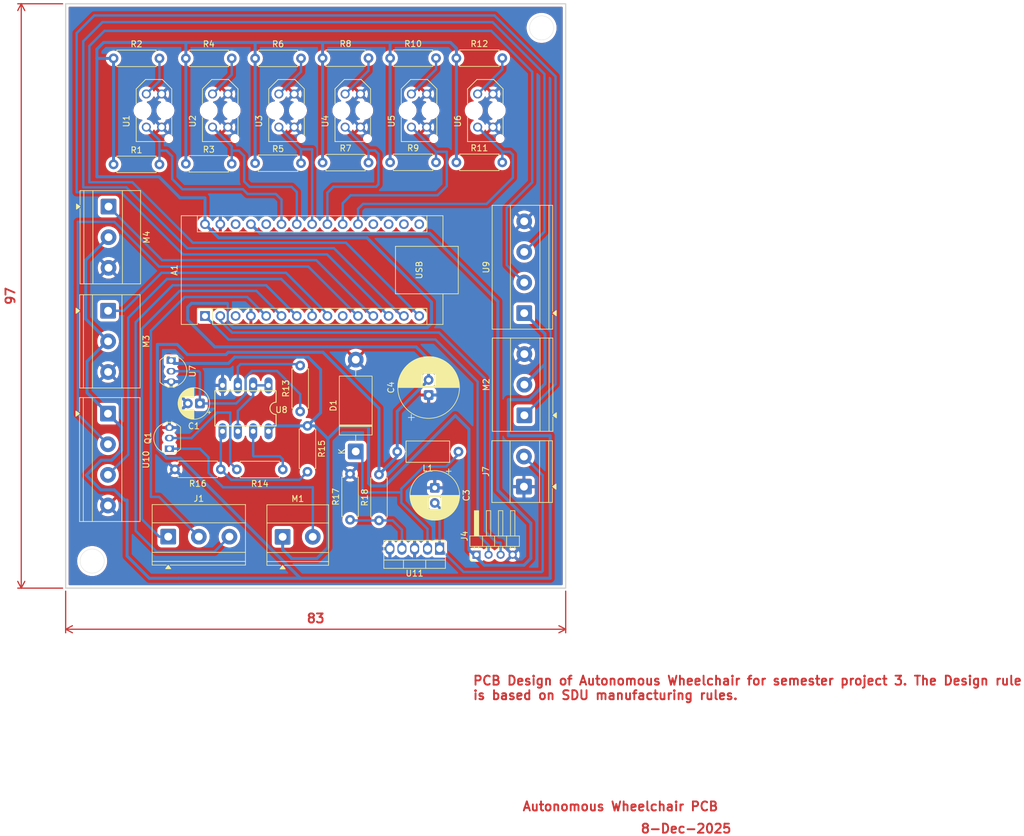
<source format=kicad_pcb>
(kicad_pcb (version 20241229) (generator "pcbnew") (generator_version "9.0")
  (layers (0 "F.Cu" signal) (2 "B.Cu" signal) (13 "F.Paste" user) (15 "B.Paste" user) (5 "F.SilkS" user "F.Silkscreen") (7 "B.SilkS" user "B.Silkscreen") (1 "F.Mask" user) (3 "B.Mask" user) (25 "Edge.Cuts" user))
  (net 0 "")
  (net 1 "+5V")
  (net 2 "Net-(A1-A3)")
  (net 3 "Net-(A1-D10)")
  (net 4 "Net-(A1-A6)")
  (net 7 "Net-(A1-D5)")
  (net 8 "Net-(A1-D2)")
  (net 9 "Net-(A1-D4)")
  (net 10 "Net-(A1-A1)")
  (net 11 "Net-(A1-D9)")
  (net 12 "Net-(A1-D0{slash}RX)")
  (net 13 "Net-(A1-D1{slash}TX)")
  (net 14 "Net-(A1-D6)")
  (net 15 "Net-(A1-A2)")
  (net 17 "Net-(A1-A4)")
  (net 18 "Net-(A1-A5)")
  (net 19 "Net-(A1-D3)")
  (net 20 "GND")
  (net 21 "Net-(A1-D11)")
  (net 24 "Net-(A1-D8)")
  (net 27 "Net-(U7-V_{OUT})")
  (net 28 "Net-(M1--)")
  (net 29 "Net-(Q1-B)")
  (net 30 "Net-(R2-Pad2)")
  (net 31 "Net-(R4-Pad2)")
  (net 32 "Net-(R6-Pad2)")
  (net 33 "Net-(R8-Pad2)")
  (net 34 "Net-(R10-Pad2)")
  (net 35 "Net-(R12-Pad2)")
  (net 36 "Net-(U8A-+)")
  (net 37 "Net-(R14-Pad1)")
  (net 38 "Net-(U8B-+)")
  (net 39 "Net-(U8A--)")
  (net 40 "/Vout")
  (net 41 "+9V")
  (net 42 "Net-(D1-K)")
  (net 43 "Net-(U11-FB)")
  (net 45 "Net-(A1-D12)")
  (footprint "TerminalBlock_Phoenix:TerminalBlock_Phoenix_MKDS-1,5-3-5.08_1x03_P5.08mm_Horizontal" (layer "F.Cu") (at 117.98 107.215 -90)
    (property "Reference" "M3")
    (property "Value" "Motor_Servo")
  )
  (footprint "Resistor_THT:R_Axial_DIN0207_L6.3mm_D2.5mm_P7.62mm_Horizontal" (layer "F.Cu") (at 118.88 82.92)
    (property "Reference" "R1")
    (property "Value" "4.7k")
  )
  (footprint "Library:OPTO_TCRT5000" (layer "F.Cu") (at 125.59 73.98 90)
    (property "Reference" "U1")
    (property "Value" "TCRT5000")
  )
  (footprint "Library:OPTO_TCRT5000" (layer "F.Cu") (at 136.58 73.98 90)
    (property "Reference" "U2")
    (property "Value" "TCRT5000")
  )
  (footprint "Capacitor_THT:CP_Radial_D5.0mm_P2.00mm" (layer "F.Cu") (at 133.215113 122.6 180)
    (property "Reference" "C1")
    (property "Value" "10p")
  )
  (footprint "Resistor_THT:R_Axial_DIN0207_L6.3mm_D2.5mm_P7.62mm_Horizontal" (layer "F.Cu") (at 162.94 142.02 90)
    (property "Reference" "R18")
    (property "Value" "2.7k")
  )
  (footprint "Library:DIL08" (layer "F.Cu") (at 140.78 123.41 180)
    (property "Reference" "U8")
    (property "Value" "LM358")
  )
  (footprint "TerminalBlock_Phoenix:TerminalBlock_Phoenix_MKDS-1,5-3-5.08_1x03_P5.08mm_Horizontal" (layer "F.Cu") (at 127.955 144.7125)
    (property "Reference" "J1")
    (property "Value" "Screw_Terminal_01x03")
  )
  (footprint "TerminalBlock_Phoenix:TerminalBlock_Phoenix_MKDS-1,5-3-5.08_1x03_P5.08mm_Horizontal" (layer "F.Cu") (at 118.0475 89.925 -90)
    (property "Reference" "M4")
    (property "Value" "Motor_Servo")
  )
  (footprint "Resistor_THT:R_Axial_DIN0207_L6.3mm_D2.5mm_P7.62mm_Horizontal" (layer "F.Cu") (at 175.79 82.58)
    (property "Reference" "R11")
    (property "Value" "4.7k")
  )
  (footprint "Resistor_THT:R_Axial_DIN0207_L6.3mm_D2.5mm_P7.62mm_Horizontal" (layer "F.Cu") (at 130.88 82.82)
    (property "Reference" "R3")
    (property "Value" "4.7k")
  )
  (footprint "Resistor_THT:R_Axial_DIN0207_L6.3mm_D2.5mm_P7.62mm_Horizontal" (layer "F.Cu") (at 136.68 133.54 180)
    (property "Reference" "R16")
    (property "Value" "1k")
  )
  (footprint "TerminalBlock_Phoenix:TerminalBlock_Phoenix_MKDS-1,5-2_1x02_P5.00mm_Horizontal" (layer "F.Cu") (at 146.95 144.7425)
    (property "Reference" "M1")
    (property "Value" "Fan")
  )
  (footprint "Library:OPTO_TCRT5000" (layer "F.Cu") (at 169.59 73.98 90)
    (property "Reference" "U5")
    (property "Value" "TCRT5000")
  )
  (footprint "TerminalBlock_Phoenix:TerminalBlock_Phoenix_MKDS-1,5-4-5.08_1x04_P5.08mm_Horizontal" (layer "F.Cu") (at 187.05 107.61 90)
    (property "Reference" "U9")
    (property "Value" "HC-SR04")
  )
  (footprint "Resistor_THT:R_Axial_DIN0207_L6.3mm_D2.5mm_P7.62mm_Horizontal" (layer "F.Cu") (at 146.97 133.56 180)
    (property "Reference" "R14")
    (property "Value" "10k")
  )
  (footprint "Resistor_THT:R_Axial_DIN0207_L6.3mm_D2.5mm_P7.62mm_Horizontal" (layer "F.Cu") (at 153.58 65.28)
    (property "Reference" "R8")
    (property "Value" "180")
  )
  (footprint "Resistor_THT:R_Axial_DIN0207_L6.3mm_D2.5mm_P7.62mm_Horizontal" (layer "F.Cu") (at 142.38 65.32)
    (property "Reference" "R6")
    (property "Value" "180")
  )
  (footprint "Capacitor_THT:CP_Radial_D8.0mm_P2.50mm" (layer "F.Cu") (at 172.2 136.61 -90)
    (property "Reference" "C3")
    (property "Value" "470u")
  )
  (footprint "Resistor_THT:R_Axial_DIN0207_L6.3mm_D2.5mm_P7.62mm_Horizontal" (layer "F.Cu") (at 164.79 82.58)
    (property "Reference" "R9")
    (property "Value" "4.7k")
  )
  (footprint "Capacitor_THT:CP_Radial_D10.0mm_P2.50mm" (layer "F.Cu") (at 171.18 121.2 90)
    (property "Reference" "C4")
    (property "Value" "1000u")
  )
  (footprint "Inductor_THT:L_Axial_L7.0mm_D3.3mm_P10.16mm_Horizontal_Fastron_MICC" (layer "F.Cu") (at 176.13 130.6 180)
    (property "Reference" "L1")
    (property "Value" "470u")
  )
  (footprint "Library:OPTO_TCRT5000" (layer "F.Cu") (at 147.59 73.98 90)
    (property "Reference" "U3")
    (property "Value" "TCRT5000")
  )
  (footprint "Library:TO-92_Inline New" (layer "F.Cu") (at 128.44 115.98 -90)
    (property "Reference" "U7")
    (property "Value" "LM35-LP")
  )
  (footprint "Resistor_THT:R_Axial_DIN0207_L6.3mm_D2.5mm_P7.62mm_Horizontal" (layer "F.Cu") (at 175.79 65.28)
    (property "Reference" "R12")
    (property "Value" "180")
  )
  (footprint "Resistor_THT:R_Axial_DIN0207_L6.3mm_D2.5mm_P7.62mm_Horizontal" (layer "F.Cu") (at 130.88 65.32)
    (property "Reference" "R4")
    (property "Value" "180")
  )
  (footprint "Resistor_THT:R_Axial_DIN0207_L6.3mm_D2.5mm_P7.62mm_Horizontal" (layer "F.Cu") (at 142.38 82.72)
    (property "Reference" "R5")
    (property "Value" "10k")
  )
  (footprint "TerminalBlock_Phoenix:TerminalBlock_Phoenix_MKDS-1,5-2_1x02_P5.00mm_Horizontal" (layer "F.Cu") (at 187.0025 136.41 90)
    (property "Reference" "J7")
    (property "Value" "Screw_Terminal_01x02")
  )
  (footprint "Resistor_THT:R_Axial_DIN0207_L6.3mm_D2.5mm_P7.62mm_Horizontal" (layer "F.Cu") (at 151.07 126.32 -90)
    (property "Reference" "R15")
    (property "Value" "9k")
  )
  (footprint "Resistor_THT:R_Axial_DIN0207_L6.3mm_D2.5mm_P7.62mm_Horizontal" (layer "F.Cu") (at 149.86 123.93 90)
    (property "Reference" "R13")
    (property "Value" "10k")
  )
  (footprint "Resistor_THT:R_Axial_DIN0207_L6.3mm_D2.5mm_P7.62mm_Horizontal" (layer "F.Cu") (at 153.58 82.62)
    (property "Reference" "R7")
    (property "Value" "10k")
  )
  (footprint "Resistor_THT:R_Axial_DIN0207_L6.3mm_D2.5mm_P7.62mm_Horizontal" (layer "F.Cu") (at 164.79 65.28)
    (property "Reference" "R10")
    (property "Value" "180")
  )
  (footprint "Library:OPTO_TCRT5000" (layer "F.Cu") (at 180.59 73.98 90)
    (property "Reference" "U6")
    (property "Value" "TCRT5000")
  )
  (footprint "Diode_THT:D_DO-201_P15.24mm_Horizontal" (layer "F.Cu") (at 159.08 130.57 90)
    (property "Reference" "D1")
    (property "Value" "1N5822")
  )
  (footprint "Connector_PinHeader_2.00mm:PinHeader_1x04_P2.00mm_Horizontal" (layer "F.Cu") (at 179.13 147.71 90)
    (property "Reference" "J4")
    (property "Value" "Conn_01x04_Pin")
  )
  (footprint "Library:TO-92_Inline NEWW" (layer "F.Cu") (at 128.15 129.61 90)
    (property "Reference" "Q1")
    (property "Value" "BC547")
  )
  (footprint "TerminalBlock_Phoenix:TerminalBlock_Phoenix_MKDS-1,5-4-5.08_1x04_P5.08mm_Horizontal" (layer "F.Cu") (at 117.955 124.295 -90)
    (property "Reference" "U10")
    (property "Value" "HC-SR04")
  )
  (footprint "Resistor_THT:R_Axial_DIN0207_L6.3mm_D2.5mm_P7.62mm_Horizontal" (layer "F.Cu") (at 158.14 141.91 90)
    (property "Reference" "R17")
    (property "Value" "1k")
  )
  (footprint "Resistor_THT:R_Axial_DIN0207_L6.3mm_D2.5mm_P7.62mm_Horizontal" (layer "F.Cu") (at 118.88 65.32)
    (property "Reference" "R2")
    (property "Value" "180")
  )
  (footprint "Library:TO-220-5_Vertical New222" (layer "F.Cu") (at 172.25 146.71 180)
    (property "Reference" "U11")
    (property "Value" "LM2576HVT-ADJ")
  )
  (footprint "Library:OPTO_TCRT5000" (layer "F.Cu") (at 158.59 73.98 90)
    (property "Reference" "U4")
    (property "Value" "TCRT5000")
  )
  (footprint "Module:Arduino_Nano" (layer "F.Cu") (at 134.06 108.08 90)
    (property "Reference" "A1")
    (property "Value" "Arduino_Nano_v3.x")
  )
  (footprint "TerminalBlock_Phoenix:TerminalBlock_Phoenix_MKDS-1,5-3-5.08_1x03_P5.08mm_Horizontal" (layer "F.Cu") (at 187.0725 124.565 90)
    (property "Reference" "M2")
    (property "Value" "Motor_Servo")
  )
  (gr_circle (center 115.33 148.7575) (end 118.33 148.7575) (stroke (width 0.2)) (fill no) (layer "F.Cu") (net 20))
  (gr_circle (center 189.93 60.2575) (end 192.93 60.2575) (stroke (width 0.2)) (fill no) (layer "F.Cu") (net 20))
  (gr_circle (center 115.33 148.7575) (end 117.33 148.7575) (stroke (width 0.05)) (fill no) (layer "Edge.Cuts"))
  (gr_rect (start 110.93 56.2575) (end 193.93 153.2575) (stroke (width 0.2)) (fill no) (layer "Edge.Cuts"))
  (gr_circle (center 189.93 60.2575) (end 191.93 60.2575) (stroke (width 0.05)) (fill no) (layer "Edge.Cuts"))
  (gr_text "Autonomous Wheelchair PCB" (at 186.64 190.36 0) (layer "F.Cu") (effects (font (size 1.5 1.5) (thickness 0.3) (bold yes)) (justify left bottom)))
  (gr_text "8-Dec-2025" (at 206.25 194.05 0) (layer "F.Cu") (effects (font (size 1.5 1.5) (thickness 0.3) (bold yes)) (justify left bottom)))
  (gr_text "PCB Design of Autonomous Wheelchair for semester project 3. The Design rule\nis based on SDU manufacturing rules." (at 178.41 171.9 0) (layer "F.Cu") (effects (font (size 1.5 1.5) (thickness 0.3) (bold yes)) (justify left bottom)))
  (dimension (type orthogonal) (layer "F.Cu") (pts (xy 110.93 56.2575) (xy 110.93 153.2575)) (height -7.37) (orientation 1) (format (prefix "") (suffix "") (units 3) (units_format 0) (precision 4) (suppress_zeroes yes)) (style (thickness 0.2) (arrow_length 1.27) (text_position_mode 0) (arrow_direction outward) (extension_height 0.58642) (extension_offset 0.5) (keep_text_aligned yes)) (gr_text "97" (at 101.76 104.7575 90) (layer "F.Cu") (effects (font (size 1.5 1.5) (thickness 0.3)))))
  (dimension (type orthogonal) (layer "F.Cu") (pts (xy 110.93 153.2575) (xy 193.93 153.2575)) (height 6.8225) (orientation 0) (format (prefix "") (suffix "") (units 3) (units_format 0) (precision 4) (suppress_zeroes yes)) (style (thickness 0.2) (arrow_length 1.27) (text_position_mode 0) (arrow_direction outward) (extension_height 0.58642) (extension_offset 0.5) (keep_text_aligned yes)) (gr_text "83" (at 152.43 158.28 0) (layer "F.Cu") (effects (font (size 1.5 1.5) (thickness 0.3)))))
  (segment (start 154.47 128.45) (end 156.47 126.45) (width 0.5) (layer "B.Cu") (net 1))
  (segment (start 177.87 126.88) (end 177.87 146.89) (width 0.5) (layer "B.Cu") (net 1))
  (segment (start 153.25 124.14) (end 153.25 116.98) (width 0.5) (layer "B.Cu") (net 1))
  (segment (start 161.21 126.45) (end 161.21 135.85) (width 0.5) (layer "B.Cu") (net 1))
  (segment (start 152.34 126.32) (end 154.47 128.45) (width 0.5) (layer "B.Cu") (net 1))
  (segment (start 138.99 114.91) (end 137.94 115.96) (width 0.5) (layer "B.Cu") (net 1))
  (segment (start 182.67 136.99) (end 182.67 105.656124) (width 0.5) (layer "B.Cu") (net 1))
  (segment (start 154.47 146.49) (end 152.63 148.33) (width 0.5) (layer "B.Cu") (net 1))
  (segment (start 161.21 135.85) (end 161.63 136.27) (width 0.5) (layer "B.Cu") (net 1))
  (segment (start 177.87 146.89) (end 180.43 149.45) (width 0.5) (layer "B.Cu") (net 1))
  (segment (start 161.271074 94.349) (end 143.189 94.349) (width 0.5) (layer "B.Cu") (net 1))
  (segment (start 153.25 116.98) (end 151.18 114.91) (width 0.5) (layer "B.Cu") (net 1))
  (segment (start 187.01 149.45) (end 188.14 148.32) (width 0.5) (layer "B.Cu") (net 1))
  (segment (start 163.96 136.27) (end 175.61 124.62) (width 0.5) (layer "B.Cu") (net 1))
  (segment (start 161.63 136.27) (end 163.96 136.27) (width 0.5) (layer "B.Cu") (net 1))
  (segment (start 127.91 115) (end 128 114.91) (width 0.4) (layer "B.Cu") (net 1))
  (segment (start 148.45 148.33) (end 146.95 146.83) (width 0.5) (layer "B.Cu") (net 1))
  (segment (start 180.43 149.45) (end 187.01 149.45) (width 0.5) (layer "B.Cu") (net 1))
  (segment (start 146.95 146.83) (end 146.95 144.7425) (width 0.5) (layer "B.Cu") (net 1))
  (segment (start 171.373876 94.36) (end 161.282074 94.36) (width 0.5) (layer "B.Cu") (net 1))
  (segment (start 151.07 126.32) (end 152.34 126.32) (width 0.5) (layer "B.Cu") (net 1))
  (segment (start 175.61 124.62) (end 177.87 126.88) (width 0.5) (layer "B.Cu") (net 1))
  (segment (start 151.07 126.32) (end 145.49 126.32) (width 0.5) (layer "B.Cu") (net 1))
  (segment (start 151.18 114.91) (end 138.99 114.91) (width 0.5) (layer "B.Cu") (net 1))
  (segment (start 137.94 115.96) (end 128.92 115.96) (width 0.5) (layer "B.Cu") (net 1))
  (segment (start 154.47 128.45) (end 154.47 146.49) (width 0.5) (layer "B.Cu") (net 1))
  (segment (start 182.67 105.656124) (end 171.373876 94.36) (width 0.5) (layer "B.Cu") (net 1))
  (segment (start 151.07 126.32) (end 153.25 124.14) (width 0.5) (layer "B.Cu") (net 1))
  (segment (start 188.14 142.46) (end 182.67 136.99) (width 0.5) (layer "B.Cu") (net 1))
  (segment (start 145.49 126.32) (end 144.59 127.22) (width 0.5) (layer "B.Cu") (net 1))
  (segment (start 152.63 148.33) (end 148.45 148.33) (width 0.5) (layer "B.Cu") (net 1))
  (segment (start 143.189 94.349) (end 141.68 92.84) (width 0.5) (layer "B.Cu") (net 1))
  (segment (start 188.14 148.32) (end 188.14 142.46) (width 0.5) (layer "B.Cu") (net 1))
  (segment (start 161.282074 94.36) (end 161.271074 94.349) (width 0.5) (layer "B.Cu") (net 1))
  (segment (start 128.92 115.96) (end 128.44 115.48) (width 0.4) (layer "B.Cu") (net 1))
  (segment (start 156.47 126.45) (end 161.21 126.45) (width 0.5) (layer "B.Cu") (net 1))
  (segment (start 162.46 86.63) (end 155.36 86.63) (width 0.4) (layer "B.Cu") (net 2))
  (segment (start 161.2 80.61) (end 157.32 76.73) (width 0.4) (layer "B.Cu") (net 2))
  (segment (start 162.85 81.18) (end 162.85 86.24) (width 0.4) (layer "B.Cu") (net 2))
  (segment (start 155.36 86.63) (end 154.38 87.61) (width 0.4) (layer "B.Cu") (net 2))
  (segment (start 154.38 87.61) (end 154.38 92.84) (width 0.4) (layer "B.Cu") (net 2))
  (segment (start 161.2 80.61) (end 162.28 80.61) (width 0.4) (layer "B.Cu") (net 2))
  (segment (start 162.85 86.24) (end 162.46 86.63) (width 0.4) (layer "B.Cu") (net 2))
  (segment (start 162.28 80.61) (end 162.85 81.18) (width 0.4) (layer "B.Cu") (net 2))
  (segment (start 161.2 82.62) (end 161.2 80.61) (width 0.4) (layer "B.Cu") (net 2))
  (segment (start 187.0725 124.565) (end 192.25 119.3875) (width 0.4) (layer "B.Cu") (net 3))
  (segment (start 130.4 97.86) (end 154.32 97.86) (width 0.4) (layer "B.Cu") (net 3))
  (segment (start 154.32 97.86) (end 164.54 108.08) (width 0.4) (layer "B.Cu") (net 3))
  (segment (start 192.25 68.33) (end 182.12 58.2) (width 0.4) (layer "B.Cu") (net 3))
  (segment (start 120.07 87.53) (end 130.4 97.86) (width 0.4) (layer "B.Cu") (net 3))
  (segment (start 112.75 87.53) (end 120.07 87.53) (width 0.4) (layer "B.Cu") (net 3))
  (segment (start 115.68 58.2) (end 112.75 61.13) (width 0.4) (layer "B.Cu") (net 3))
  (segment (start 112.75 61.13) (end 112.75 87.53) (width 0.4) (layer "B.Cu") (net 3))
  (segment (start 192.25 119.3875) (end 192.25 68.33) (width 0.4) (layer "B.Cu") (net 3))
  (segment (start 182.12 58.2) (end 115.68 58.2) (width 0.4) (layer "B.Cu") (net 3))
  (segment (start 126.5 82.92) (end 126.5 80.63) (width 0.4) (layer "B.Cu") (net 4))
  (segment (start 126.5 78.91) (end 124.32 76.73) (width 0.4) (layer "B.Cu") (net 4))
  (segment (start 126.5 80.63) (end 126.5 78.91) (width 0.4) (layer "B.Cu") (net 4))
  (segment (start 146.76 88.76) (end 146.76 92.84) (width 0.4) (layer "B.Cu") (net 4))
  (segment (start 141.13 87.83) (end 145.82 87.83) (width 0.4) (layer "B.Cu") (net 4))
  (segment (start 140.34 87.04) (end 141.13 87.83) (width 0.4) (layer "B.Cu") (net 4))
  (segment (start 128.61 81.58) (end 128.61 85.34) (width 0.4) (layer "B.Cu") (net 4))
  (segment (start 127.66 80.63) (end 128.61 81.58) (width 0.4) (layer "B.Cu") (net 4))
  (segment (start 146.72 88.72) (end 146.76 88.76) (width 0.4) (layer "B.Cu") (net 4))
  (segment (start 128.61 85.34) (end 130.31 87.04) (width 0.4) (layer "B.Cu") (net 4))
  (segment (start 126.5 80.63) (end 127.66 80.63) (width 0.4) (layer "B.Cu") (net 4))
  (segment (start 145.82 87.83) (end 146.71 88.72) (width 0.4) (layer "B.Cu") (net 4))
  (segment (start 146.71 88.72) (end 146.72 88.72) (width 0.4) (layer "B.Cu") (net 4))
  (segment (start 130.31 87.04) (end 140.34 87.04) (width 0.4) (layer "B.Cu") (net 4))
  (segment (start 146.72 101.95) (end 151.84 107.07) (width 0.4) (layer "B.Cu") (net 7))
  (segment (start 121.31 108.38) (end 127.74 101.95) (width 0.4) (layer "B.Cu") (net 7))
  (segment (start 127.74 101.95) (end 146.72 101.95) (width 0.4) (layer "B.Cu") (net 7))
  (segment (start 151.84 107.07) (end 151.84 108.08) (width 0.4) (layer "B.Cu") (net 7))
  (segment (start 117.955 134.455) (end 121.31 131.1) (width 0.4) (layer "B.Cu") (net 7))
  (segment (start 121.31 131.1) (end 121.31 108.38) (width 0.4) (layer "B.Cu") (net 7))
  (segment (start 125.08 110.53) (end 130.68 104.93) (width 0.4) (layer "B.Cu") (net 8))
  (segment (start 125.08 138.11) (end 125.08 110.53) (width 0.4) (layer "B.Cu") (net 8))
  (segment (start 133.035 144.7125) (end 126.4325 138.11) (width 0.4) (layer "B.Cu") (net 8))
  (segment (start 126.4325 138.11) (end 125.08 138.11) (width 0.4) (layer "B.Cu") (net 8))
  (segment (start 130.68 104.93) (end 141.07 104.93) (width 0.4) (layer "B.Cu") (net 8))
  (segment (start 141.07 104.93) (end 144.22 108.08) (width 0.4) (layer "B.Cu") (net 8))
  (segment (start 144.21 102.99) (end 149.3 108.08) (width 0.4) (layer "B.Cu") (net 9))
  (segment (start 126 147.2) (end 122.55 143.75) (width 0.4) (layer "B.Cu") (net 9))
  (segment (start 128.68 102.99) (end 144.21 102.99) (width 0.4) (layer "B.Cu") (net 9))
  (segment (start 122.55 109.12) (end 128.68 102.99) (width 0.4) (layer "B.Cu") (net 9))
  (segment (start 135.6275 147.2) (end 126 147.2) (width 0.4) (layer "B.Cu") (net 9))
  (segment (start 122.55 143.75) (end 122.55 109.12) (width 0.4) (layer "B.Cu") (net 9))
  (segment (start 138.115 144.7125) (end 135.6275 147.2) (width 0.4) (layer "B.Cu") (net 9))
  (segment (start 184.67 80.82) (end 185.16 81.31) (width 0.4) (layer "B.Cu") (net 10))
  (segment (start 180.81 89.48) (end 160.29 89.48) (width 0.4) (layer "B.Cu") (net 10))
  (segment (start 185.16 81.31) (end 185.16 85.13) (width 0.4) (layer "B.Cu") (net 10))
  (segment (start 183.41 82.58) (end 183.41 80.82) (width 0.4) (layer "B.Cu") (net 10))
  (segment (start 159.46 90.31) (end 159.46 92.84) (width 0.4) (layer "B.Cu") (net 10))
  (segment (start 160.29 89.48) (end 159.46 90.31) (width 0.4) (layer "B.Cu") (net 10))
  (segment (start 183.41 80.82) (end 179.32 76.73) (width 0.4) (layer "B.Cu") (net 10))
  (segment (start 183.41 80.82) (end 184.67 80.82) (width 0.4) (layer "B.Cu") (net 10))
  (segment (start 185.16 85.13) (end 180.81 89.48) (width 0.4) (layer "B.Cu") (net 10))
  (segment (start 126.9325 98.81) (end 152.52 98.81) (width 0.4) (layer "B.Cu") (net 11))
  (segment (start 161.79 108.08) (end 162 108.08) (width 0.4) (layer "B.Cu") (net 11))
  (segment (start 118.0475 89.925) (end 126.9325 98.81) (width 0.4) (layer "B.Cu") (net 11))
  (segment (start 152.52 98.81) (end 161.79 108.08) (width 0.4) (layer "B.Cu") (net 11))
  (segment (start 183.13 145.74) (end 183.09 145.7) (width 0.4) (layer "B.Cu") (net 12))
  (segment (start 180.51 143.76) (end 180.51 118.43) (width 0.4) (layer "B.Cu") (net 12))
  (segment (start 136.6 108.88) (end 136.6 108.08) (width 0.4) (layer "B.Cu") (net 12))
  (segment (start 180.51 118.43) (end 172.91 110.83) (width 0.4) (layer "B.Cu") (net 12))
  (segment (start 172.91 110.83) (end 138.55 110.83) (width 0.4) (layer "B.Cu") (net 12))
  (segment (start 183.09 145.7) (end 182.45 145.7) (width 0.4) (layer "B.Cu") (net 12))
  (segment (start 183.13 147.71) (end 183.13 145.74) (width 0.4) (layer "B.Cu") (net 12))
  (segment (start 138.55 110.83) (end 136.6 108.88) (width 0.4) (layer "B.Cu") (net 12))
  (segment (start 182.45 145.7) (end 180.51 143.76) (width 0.4) (layer "B.Cu") (net 12))
  (segment (start 137.97 111.99) (end 134.06 108.08) (width 0.4) (layer "B.Cu") (net 13))
  (segment (start 181.13 146.11) (end 179.32 144.3) (width 0.4) (layer "B.Cu") (net 13))
  (segment (start 179.32 119) (end 172.31 111.99) (width 0.4) (layer "B.Cu") (net 13))
  (segment (start 181.13 147.71) (end 181.13 146.11) (width 0.4) (layer "B.Cu") (net 13))
  (segment (start 179.32 144.3) (end 179.32 119) (width 0.4) (layer "B.Cu") (net 13))
  (segment (start 172.31 111.99) (end 137.97 111.99) (width 0.4) (layer "B.Cu") (net 13))
  (segment (start 147.52 100.92) (end 154.38 107.78) (width 0.4) (layer "B.Cu") (net 14))
  (segment (start 120.545 107.215) (end 126.84 100.92) (width 0.4) (layer "B.Cu") (net 14))
  (segment (start 154.38 107.78) (end 154.38 108.08) (width 0.4) (layer "B.Cu") (net 14))
  (segment (start 117.98 107.215) (end 120.545 107.215) (width 0.4) (layer "B.Cu") (net 14))
  (segment (start 126.84 100.92) (end 147.52 100.92) (width 0.4) (layer "B.Cu") (net 14))
  (segment (start 158.24 88.05) (end 156.92 89.37) (width 0.4) (layer "B.Cu") (net 15))
  (segment (start 172.41 80.82) (end 174.19 80.82) (width 0.4) (layer "B.Cu") (net 15))
  (segment (start 172.41 82.58) (end 172.41 80.82) (width 0.4) (layer "B.Cu") (net 15))
  (segment (start 172.66 88.05) (end 158.24 88.05) (width 0.4) (layer "B.Cu") (net 15))
  (segment (start 156.92 89.37) (end 156.92 92.84) (width 0.4) (layer "B.Cu") (net 15))
  (segment (start 174.19 80.82) (end 174.19 86.52) (width 0.4) (layer "B.Cu") (net 15))
  (segment (start 172.41 80.82) (end 168.32 76.73) (width 0.4) (layer "B.Cu") (net 15))
  (segment (start 174.19 86.52) (end 172.66 88.05) (width 0.4) (layer "B.Cu") (net 15))
  (segment (start 151.84 80.41) (end 151.84 92.84) (width 0.4) (layer "B.Cu") (net 17))
  (segment (start 150 80.41) (end 146.32 76.73) (width 0.4) (layer "B.Cu") (net 17))
  (segment (start 150 82.72) (end 150 80.41) (width 0.4) (layer "B.Cu") (net 17))
  (segment (start 150 80.41) (end 151.84 80.41) (width 0.4) (layer "B.Cu") (net 17))
  (segment (start 141.46 86.65) (end 148.44 86.65) (width 0.4) (layer "B.Cu") (net 18))
  (segment (start 138.5 82.82) (end 138.5 80.64) (width 0.4) (layer "B.Cu") (net 18))
  (segment (start 138.5 79.92) (end 135.31 76.73) (width 0.4) (layer "B.Cu") (net 18))
  (segment (start 148.44 86.65) (end 149.3 87.51) (width 0.4) (layer "B.Cu") (net 18))
  (segment (start 139.69 80.64) (end 140.56 81.51) (width 0.4) (layer "B.Cu") (net 18))
  (segment (start 149.3 87.51) (end 149.3 92.84) (width 0.4) (layer "B.Cu") (net 18))
  (segment (start 140.56 85.75) (end 141.46 86.65) (width 0.4) (layer "B.Cu") (net 18))
  (segment (start 138.5 80.64) (end 139.69 80.64) (width 0.4) (layer "B.Cu") (net 18))
  (segment (start 138.5 80.64) (end 138.5 79.92) (width 0.4) (layer "B.Cu") (net 18))
  (segment (start 140.56 81.51) (end 140.56 85.75) (width 0.4) (layer "B.Cu") (net 18))
  (segment (start 123.57 110.2) (end 129.85 103.92) (width 0.4) (layer "B.Cu") (net 19))
  (segment (start 127.955 144.7125) (end 126.4625 144.7125) (width 0.4) (layer "B.Cu") (net 19))
  (segment (start 142.6 103.92) (end 146.76 108.08) (width 0.4) (layer "B.Cu") (net 19))
  (segment (start 126.4625 144.7125) (end 123.57 141.82) (width 0.4) (layer "B.Cu") (net 19))
  (segment (start 123.57 141.82) (end 123.57 110.2) (width 0.4) (layer "B.Cu") (net 19))
  (segment (start 129.85 103.92) (end 142.6 103.92) (width 0.4) (layer "B.Cu") (net 19))
  (segment (start 117.04 59.3) (end 113.85 62.49) (width 0.4) (layer "B.Cu") (net 21))
  (segment (start 113.85 62.49) (end 113.85 86.73) (width 0.4) (layer "B.Cu") (net 21))
  (segment (start 190.41 67.92) (end 181.79 59.3) (width 0.4) (layer "B.Cu") (net 21))
  (segment (start 131.12 96.83) (end 155.46 96.83) (width 0.4) (layer "B.Cu") (net 21))
  (segment (start 155.46 96.83) (end 166.71 108.08) (width 0.4) (layer "B.Cu") (net 21))
  (segment (start 181.79 59.3) (end 117.04 59.3) (width 0.4) (layer "B.Cu") (net 21))
  (segment (start 166.71 108.08) (end 167.08 108.08) (width 0.4) (layer "B.Cu") (net 21))
  (segment (start 187.05 97.45) (end 190.41 94.09) (width 0.4) (layer "B.Cu") (net 21))
  (segment (start 190.41 94.09) (end 190.41 67.92) (width 0.4) (layer "B.Cu") (net 21))
  (segment (start 121.02 86.73) (end 131.12 96.83) (width 0.4) (layer "B.Cu") (net 21))
  (segment (start 113.85 86.73) (end 121.02 86.73) (width 0.4) (layer "B.Cu") (net 21))
  (segment (start 112.96 92.46) (end 119.01 92.46) (width 0.4) (layer "B.Cu") (net 24))
  (segment (start 159.41 108.08) (end 159.46 108.08) (width 0.4) (layer "B.Cu") (net 24))
  (segment (start 151.21 99.88) (end 159.41 108.08) (width 0.4) (layer "B.Cu") (net 24))
  (segment (start 119.01 92.46) (end 126.43 99.88) (width 0.4) (layer "B.Cu") (net 24))
  (segment (start 126.43 99.88) (end 151.21 99.88) (width 0.4) (layer "B.Cu") (net 24))
  (segment (start 112.96 124.38) (end 112.96 92.46) (width 0.4) (layer "B.Cu") (net 24))
  (segment (start 117.955 129.375) (end 112.96 124.38) (width 0.4) (layer "B.Cu") (net 24))
  (segment (start 140.8 118.256709) (end 140.8 121.03) (width 0.4) (layer "B.Cu") (net 27))
  (segment (start 146.03 117.22) (end 141.836709 117.22) (width 0.4) (layer "B.Cu") (net 27))
  (segment (start 139.23 122.6) (end 133.215113 122.6) (width 0.4) (layer "B.Cu") (net 27))
  (segment (start 133.01 117.25) (end 128.44 117.25) (width 0.4) (layer "B.Cu") (net 27))
  (segment (start 140.8 121.03) (end 139.23 122.6) (width 0.4) (layer "B.Cu") (net 27))
  (segment (start 133.215113 117.455113) (end 133.01 117.25) (width 0.4) (layer "B.Cu") (net 27))
  (segment (start 149.86 121.05) (end 146.03 117.22) (width 0.4) (layer "B.Cu") (net 27))
  (segment (start 133.215113 117.455113) (end 133.215113 122.6) (width 0.4) (layer "B.Cu") (net 27))
  (segment (start 141.836709 117.22) (end 140.8 118.256709) (width 0.4) (layer "B.Cu") (net 27))
  (segment (start 149.86 123.93) (end 149.86 121.05) (width 0.4) (layer "B.Cu") (net 27))
  (segment (start 151.96 144.7325) (end 151.95 144.7425) (width 0.4) (layer "B.Cu") (net 28))
  (segment (start 128.15 130.11) (end 133.21 130.11) (width 0.4) (layer "B.Cu") (net 28))
  (segment (start 134.65 131.55) (end 134.65 134.11) (width 0.4) (layer "B.Cu") (net 28))
  (segment (start 151.96 136.52) (end 151.96 144.7325) (width 0.4) (layer "B.Cu") (net 28))
  (segment (start 133.21 130.11) (end 134.65 131.55) (width 0.4) (layer "B.Cu") (net 28))
  (segment (start 134.65 134.11) (end 137.06 136.52) (width 0.4) (layer "B.Cu") (net 28))
  (segment (start 137.06 136.52) (end 151.96 136.52) (width 0.4) (layer "B.Cu") (net 28))
  (segment (start 136.05 124.11) (end 138.25 124.11) (width 0.4) (layer "B.Cu") (net 29))
  (segment (start 128.15 128.34) (end 131.82 128.34) (width 0.4) (layer "B.Cu") (net 29))
  (segment (start 138.25 132.46) (end 139.35 133.56) (width 0.4) (layer "B.Cu") (net 29))
  (segment (start 131.82 128.34) (end 136.05 124.11) (width 0.4) (layer "B.Cu") (net 29))
  (segment (start 138.25 124.11) (end 138.25 132.46) (width 0.4) (layer "B.Cu") (net 29))
  (segment (start 126.5 69.05) (end 124.32 71.23) (width 0.4) (layer "B.Cu") (net 30))
  (segment (start 126.5 65.32) (end 126.5 69.05) (width 0.4) (layer "B.Cu") (net 30))
  (segment (start 138.5 68.04) (end 135.31 71.23) (width 0.4) (layer "B.Cu") (net 31))
  (segment (start 138.5 65.32) (end 138.5 68.04) (width 0.4) (layer "B.Cu") (net 31))
  (segment (start 150 65.32) (end 150 67.55) (width 0.4) (layer "B.Cu") (net 32))
  (segment (start 150 67.55) (end 146.32 71.23) (width 0.4) (layer "B.Cu") (net 32))
  (segment (start 161.2 67.35) (end 157.32 71.23) (width 0.4) (layer "B.Cu") (net 33))
  (segment (start 161.2 65.28) (end 161.2 67.35) (width 0.4) (layer "B.Cu") (net 33))
  (segment (start 172.41 65.28) (end 172.41 67.14) (width 0.4) (layer "B.Cu") (net 34))
  (segment (start 172.41 67.14) (end 168.32 71.23) (width 0.4) (layer "B.Cu") (net 34))
  (segment (start 183.41 65.28) (end 183.41 67.14) (width 0.4) (layer "B.Cu") (net 35))
  (segment (start 183.41 67.14) (end 179.32 71.23) (width 0.4) (layer "B.Cu") (net 35))
  (segment (start 139.96 116.07) (end 139.51 116.52) (width 0.4) (layer "B.Cu") (net 36))
  (segment (start 149.62 116.07) (end 139.96 116.07) (width 0.4) (layer "B.Cu") (net 36))
  (segment (start 149.86 116.31) (end 149.62 116.07) (width 0.4) (layer "B.Cu") (net 36))
  (segment (start 139.51 116.52) (end 139.51 119.6) (width 0.4) (layer "B.Cu") (net 36))
  (segment (start 142.16 131.38) (end 142.05 131.27) (width 0.4) (layer "B.Cu") (net 37))
  (segment (start 142.05 131.27) (end 142.05 127.22) (width 0.4) (layer "B.Cu") (net 37))
  (segment (start 146.97 133.56) (end 146.97 131.86) (width 0.4) (layer "B.Cu") (net 37))
  (segment (start 146.97 131.86) (end 146.49 131.38) (width 0.4) (layer "B.Cu") (net 37))
  (segment (start 146.49 131.38) (end 142.16 131.38) (width 0.4) (layer "B.Cu") (net 37))
  (segment (start 138.41 135.27) (end 149.74 135.27) (width 0.4) (layer "B.Cu") (net 38))
  (segment (start 149.74 135.27) (end 151.07 133.94) (width 0.4) (layer "B.Cu") (net 38))
  (segment (start 136.68 133.54) (end 136.68 127.51) (width 0.4) (layer "B.Cu") (net 38))
  (segment (start 136.68 133.54) (end 138.41 135.27) (width 0.4) (layer "B.Cu") (net 38))
  (segment (start 136.68 127.51) (end 136.97 127.22) (width 0.4) (layer "B.Cu") (net 38))
  (segment (start 139.51 123.84) (end 142.05 121.3) (width 0.4) (layer "B.Cu") (net 39))
  (segment (start 139.51 127.22) (end 139.51 123.84) (width 0.4) (layer "B.Cu") (net 39))
  (segment (start 142.05 121.3) (end 142.05 119.6) (width 0.4) (layer "B.Cu") (net 39))
  (segment (start 142.05 119.6) (end 144.59 119.6) (width 0.4) (layer "B.Cu") (net 39))
  (segment (start 175.79 82.03) (end 176.18 82.42) (width 0.4) (layer "B.Cu") (net 40))
  (segment (start 138.711364 110) (end 170.97 110) (width 0.5) (layer "B.Cu") (net 40))
  (segment (start 130.88 65.32) (end 130.88 62.68) (width 0.5) (layer "B.Cu") (net 40))
  (segment (start 142.38 82.72) (end 142.48 82.82) (width 0.4) (layer "B.Cu") (net 40))
  (segment (start 137.78 105.98) (end 137.84 106.04) (width 0.4) (layer "B.Cu") (net 40))
  (segment (start 131.111 114.48) (end 137.54 114.48) (width 0.5) (layer "B.Cu") (net 40))
  (segment (start 129.65 151.61) (end 149.97 151.61) (width 0.5) (layer "B.Cu") (net 40))
  (segment (start 191.36 151.61) (end 149.875 151.61) (width 0.5) (layer "B.Cu") (net 40))
  (segment (start 136.32 95.1) (end 134.06 92.84) (width 0.5) (layer "B.Cu") (net 40))
  (segment (start 184.41 127.94) (end 184.42 127.95) (width 0.4) (layer "B.Cu") (net 40))
  (segment (start 131.12 82.61) (end 131.11 82.62) (width 0.4) (layer "B.Cu") (net 40))
  (segment (start 120.71 138.65) (end 121.13 138.65) (width 0.5) (layer "B.Cu") (net 40))
  (segment (start 174.81 62.67) (end 175.79 63.65) (width 0.5) (layer "B.Cu") (net 40))
  (segment (start 175.79 63.65) (end 175.79 65.28) (width 0.5) (layer "B.Cu") (net 40))
  (segment (start 119.38 82.72) (end 118.89 82.23) (width 0.4) (layer "B.Cu") (net 40))
  (segment (start 134.06 88.5) (end 134.06 92.84) (width 0.5) (layer "B.Cu") (net 40))
  (segment (start 118.55 132.02) (end 116.83 132.02) (width 0.5) (layer "B.Cu") (net 40))
  (segment (start 126.16 130.147) (end 126.16 112.8) (width 0.5) (layer "B.Cu") (net 40))
  (segment (start 116.77 136.94) (end 119 136.94) (width 0.5) (layer "B.Cu") (net 40))
  (segment (start 129.91 88.46) (end 134.02 88.46) (width 0.5) (layer "B.Cu") (net 40))
  (segment (start 121.13 138.65) (end 121.13 147.93) (width 0.5) (layer "B.Cu") (net 40))
  (segment (start 137.91 114.11) (end 153.638521 114.11) (width 0.5) (layer "B.Cu") (net 40))
  (segment (start 190.5 111.06) (end 190.5 112.13) (width 0.5) (layer "B.Cu") (net 40))
  (segment (start 142.38 65.32) (end 142.38 82.72) (width 0.5) (layer "B.Cu") (net 40))
  (segment (start 116.83 132.02) (end 114.34 134.51) (width 0.5) (layer "B.Cu") (net 40))
  (segment (start 184.41 121.97) (end 184.41 127.94) (width 0.5) (layer "B.Cu") (net 40))
  (segment (start 153.58 62.72) (end 153.63 62.67) (width 0.4) (layer "B.Cu") (net 40))
  (segment (start 137.54 114.48) (end 137.91 114.11) (width 0.5) (layer "B.Cu") (net 40))
  (segment (start 149.875 151.61) (end 129.935 131.67) (width 0.5) (layer "B.Cu") (net 40))
  (segment (start 130.89 62.67) (end 142.36 62.67) (width 0.5) (layer "B.Cu") (net 40))
  (segment (start 153.58 82.32) (end 153.88 82.62) (width 0.4) (layer "B.Cu") (net 40))
  (segment (start 117.805 112.295) (end 117.98 112.295) (width 0.4) (layer "B.Cu") (net 40))
  (segment (start 142.36 62.67) (end 153.63 62.67) (width 0.5) (layer "B.Cu") (net 40))
  (segment (start 117.955 124.295) (end 114.48 120.82) (width 0.5) (layer "B.Cu") (net 40))
  (segment (start 116.11 65.32) (end 116.11 63.8) (width 0.5) (layer "B.Cu") (net 40))
  (segment (start 134.02 88.46) (end 134.06 88.5) (width 0.4) (layer "B.Cu") (net 40))
  (segment (start 164.78 62.67) (end 174.81 62.67) (width 0.5) (layer "B.Cu") (net 40))
  (segment (start 114.48 120.82) (end 114.48 115.62) (width 0.5) (layer "B.Cu") (net 40))
  (segment (start 130.88 65.32) (end 130.88 82.82) (width 0.5) (layer "B.Cu") (net 40))
  (segment (start 126.16 112.8) (end 129.431 112.8) (width 0.5) (layer "B.Cu") (net 40))
  (segment (start 117.955 124.295) (end 120.23 126.57) (width 0.5) (layer "B.Cu") (net 40))
  (segment (start 142.38 62.69) (end 142.36 62.67) (width 0.4) (layer "B.Cu") (net 40))
  (segment (start 171.18 115.28) (end 171.18 118.7) (width 0.5) (layer "B.Cu") (net 40))
  (segment (start 131.2 108.72) (end 135.69 113.21) (width 0.5) (layer "B.Cu") (net 40))
  (segment (start 116.11 65.32) (end 116.11 84.97) (width 0.5) (layer "B.Cu") (net 40))
  (segment (start 129.64 151.62) (end 129.65 151.61) (width 0.4) (layer "B.Cu") (net 40))
  (segment (start 129.935 131.67) (end 127.683 131.67) (width 0.5) (layer "B.Cu") (net 40))
  (segment (start 153.58 65.28) (end 153.58 62.72) (width 0.5) (layer "B.Cu") (net 40))
  (segment (start 131.82 105.98) (end 131.2 106.6) (width 0.5) (layer "B.Cu") (net 40))
  (segment (start 171.66 105.8) (end 160.96 95.1) (width 0.5) (layer "B.Cu") (net 40))
  (segment (start 126.42 84.97) (end 129.91 88.46) (width 0.5) (layer "B.Cu") (net 40))
  (segment (start 137.78 105.98) (end 131.82 105.98) (width 0.5) (layer "B.Cu") (net 40))
  (segment (start 137.84 106.04) (end 137.84 108.94) (width 0.35) (layer "B.Cu") (net 40))
  (segment (start 118.89 65.33) (end 118.88 65.32) (width 0.4) (layer "B.Cu") (net 40))
  (segment (start 116.11 63.8) (end 117.24 62.67) (width 0.5) (layer "B.Cu") (net 40))
  (segment (start 165.97 131.37) (end 165.97 130.6) (width 0.4) (layer "B.Cu") (net 40))
  (segment (start 135.69 113.21) (end 169.11 113.21) (width 0.5) (layer "B.Cu") (net 40))
  (segment (start 131.2 106.6) (end 131.2 108.72) (width 0.5) (layer "B.Cu") (net 40))
  (segment (start 191.36 127.95) (end 191.36 151.61) (width 0.5) (layer "B.Cu") (net 40))
  (segment (start 164.79 65.28) (end 164.79 82.29) (width 0.5) (layer "B.Cu") (net 40))
  (segment (start 164.79 62.68) (end 164.78 62.67) (width 0.4) (layer "B.Cu") (net 40))
  (segment (start 118.88 65.32) (end 118.88 82.82) (width 0.5) (layer "B.Cu") (net 40))
  (segment (start 120.23 126.57) (end 120.23 130.34) (width 0.5) (layer "B.Cu") (net 40))
  (segment (start 153.638521 114.11) (end 162.94 123.411479) (width 0.5) (layer "B.Cu") (net 40))
  (segment (start 124.82 151.62) (end 129.64 151.62) (width 0.5) (layer "B.Cu") (net 40))
  (segment (start 137.84 109.128636) (end 138.711364 110) (width 0.5) (layer "B.Cu") (net 40))
  (segment (start 142.38 65.32) (end 142.38 62.69) (width 0.5) (layer "B.Cu") (net 40))
  (segment (start 127.683 131.67) (end 126.16 130.147) (width 0.5) (layer "B.Cu") (net 40))
  (segment (start 164.79 65.28) (end 164.79 62.68) (width 0.5) (layer "B.Cu") (net 40))
  (segment (start 164.79 82.29) (end 165.08 82.58) (width 0.4) (layer "B.Cu") (net 40))
  (segment (start 153.63 62.67) (end 164.78 62.67) (width 0.5) (layer "B.Cu") (net 40))
  (segment (start 160.96 95.1) (end 136.32 95.1) (width 0.5) (layer "B.Cu") (net 40))
  (segment (start 114.26 108.575) (end 114.26 98.7925) (width 0.5) (layer "B.Cu") (net 40))
  (segment (start 117.24 62.67) (end 130.89 62.67) (width 0.5) (layer "B.Cu") (net 40))
  (segment (start 187.05 107.61) (end 190.5 111.06) (width 0.5) (layer "B.Cu") (net 40))
  (segment (start 171.66 109.31) (end 171.66 105.8) (width 0.5) (layer "B.Cu") (net 40))
  (segment (start 114.26 98.7925) (end 118.0475 95.005) (width 0.5) (layer "B.Cu") (net 40))
  (segment (start 190.5 112.13) (end 190.5 119.35) (width 0.5) (layer "B.Cu") (net 40))
  (segment (start 117.98 112.295) (end 114.26 108.575) (width 0.5) (layer "B.Cu") (net 40))
  (segment (start 121.13 147.93) (end 124.82 151.62) (width 0.5) (layer "B.Cu") (net 40))
  (segment (start 165.97 130.6) (end 165.97 123.91) (width 0.5) (layer "B.Cu") (net 40))
  (segment (start 170.97 110) (end 171.66 109.31) (width 0.5) (layer "B.Cu") (net 40))
  (segment (start 187.88 121.97) (end 184.41 121.97) (width 0.5) (layer "B.Cu") (net 40))
  (segment (start 118.88 82.82) (end 118.98 82.92) (width 0.4) (layer "B.Cu") (net 40))
  (segment (start 190.5 119.35) (end 187.88 121.97) (width 0.5) (layer "B.Cu") (net 40))
  (segment (start 190.5 112.13) (end 190.5 116.0575) (width 0.4) (layer "B.Cu") (net 40))
  (segment (start 169.11 113.21) (end 171.18 115.28) (width 0.5) (layer "B.Cu") (net 40))
  (segment (start 175.79 65.28) (end 175.79 82.03) (width 0.5) (layer "B.Cu") (net 40))
  (segment (start 114.34 134.51) (end 116.77 136.94) (width 0.5) (layer "B.Cu") (net 40))
  (segment (start 130.88 62.68) (end 130.89 62.67) (width 0.4) (layer "B.Cu") (net 40))
  (segment (start 116.11 84.97) (end 126.42 84.97) (width 0.5) (layer "B.Cu") (net 40))
  (segment (start 129.431 112.8) (end 131.111 114.48) (width 0.5) (layer "B.Cu") (net 40))
  (segment (start 120.23 130.34) (end 118.55 132.02) (width 0.5) (layer "B.Cu") (net 40))
  (segment (start 190.5 116.0575) (end 187.0725 119.485) (width 0.5) (layer "B.Cu") (net 40))
  (segment (start 162.94 134.4) (end 165.97 131.37) (width 0.5) (layer "B.Cu") (net 40))
  (segment (start 119 136.94) (end 120.71 138.65) (width 0.5) (layer "B.Cu") (net 40))
  (segment (start 165.97 123.91) (end 171.18 118.7) (width 0.5) (layer "B.Cu") (net 40))
  (segment (start 118.88 65.32) (end 116.11 65.32) (width 0.5) (layer "B.Cu") (net 40))
  (segment (start 114.48 115.62) (end 117.805 112.295) (width 0.5) (layer "B.Cu") (net 40))
  (segment (start 184.42 127.95) (end 191.36 127.95) (width 0.5) (layer "B.Cu") (net 40))
  (segment (start 153.58 65.28) (end 153.58 82.32) (width 0.5) (layer "B.Cu") (net 40))
  (segment (start 162.94 123.411479) (end 162.94 134.4) (width 0.5) (layer "B.Cu") (net 40))
  (segment (start 173 139.91) (end 173 146.71) (width 0.4) (layer "B.Cu") (net 41))
  (segment (start 190.11 150.4) (end 190.11 134.5175) (width 0.4) (layer "B.Cu") (net 41))
  (segment (start 190.11 134.5175) (end 187.0025 131.41) (width 0.4) (layer "B.Cu") (net 41))
  (segment (start 189.94 150.57) (end 190.11 150.4) (width 0.4) (layer "B.Cu") (net 41))
  (segment (start 172.2 139.11) (end 173 139.91) (width 0.4) (layer "B.Cu") (net 41))
  (segment (start 176.97 150.57) (end 189.94 150.57) (width 0.4) (layer "B.Cu") (net 41))
  (segment (start 173 146.71) (end 173.11 146.71) (width 0.4) (layer "B.Cu") (net 41))
  (segment (start 173.11 146.71) (end 176.97 150.57) (width 0.4) (layer "B.Cu") (net 41))
  (segment (start 174.11 133.07) (end 176.13 131.05) (width 0.4) (layer "B.Cu") (net 42))
  (segment (start 166.65 137.32) (end 166.65 136.77) (width 0.4) (layer "B.Cu") (net 42))
  (segment (start 166.61 137.36) (end 160.18 137.36) (width 0.4) (layer "B.Cu") (net 42))
  (segment (start 166.65 139.08) (end 166.65 137.32) (width 0.4) (layer "B.Cu") (net 42))
  (segment (start 160.18 131.67) (end 159.08 130.57) (width 0.4) (layer "B.Cu") (net 42))
  (segment (start 171 143.43) (end 170.55 142.98) (width 0.4) (layer "B.Cu") (net 42))
  (segment (start 176.13 131.05) (end 176.13 130.6) (width 0.4) (layer "B.Cu") (net 42))
  (segment (start 170.55 142.98) (end 166.65 139.08) (width 0.4) (layer "B.Cu") (net 42))
  (segment (start 171 146.71) (end 171 143.43) (width 0.4) (layer "B.Cu") (net 42))
  (segment (start 166.65 137.32) (end 166.61 137.36) (width 0.4) (layer "B.Cu") (net 42))
  (segment (start 160.18 137.36) (end 160.18 131.67) (width 0.4) (layer "B.Cu") (net 42))
  (segment (start 166.65 136.77) (end 170.35 133.07) (width 0.4) (layer "B.Cu") (net 42))
  (segment (start 170.35 133.07) (end 174.11 133.07) (width 0.4) (layer "B.Cu") (net 42))
  (segment (start 162.94 142.02) (end 158.25 142.02) (width 0.4) (layer "B.Cu") (net 43))
  (segment (start 158.25 142.02) (end 158.14 141.91) (width 0.4) (layer "B.Cu") (net 43))
  (segment (start 165.2 142.02) (end 162.94 142.02) (width 0.4) (layer "B.Cu") (net 43))
  (segment (start 166.75 146.71) (end 166.75 143.57) (width 0.4) (layer "B.Cu") (net 43))
  (segment (start 166.75 143.57) (end 165.2 142.02) (width 0.4) (layer "B.Cu") (net 43))
  (segment (start 132.04 95.92) (end 157.46 95.92) (width 0.4) (layer "B.Cu") (net 45))
  (segment (start 114.87 85.88) (end 122.01 85.88) (width 0.4) (layer "B.Cu") (net 45))
  (segment (start 157.46 95.92) (end 169.62 108.08) (width 0.4) (layer "B.Cu") (net 45))
  (segment (start 114.87 63.26) (end 114.87 85.88) (width 0.4) (layer "B.Cu") (net 45))
  (segment (start 184.14 90.138477) (end 188.37 85.908477) (width 0.4) (layer "B.Cu") (net 45))
  (segment (start 122.01 85.89) (end 132.04 95.92) (width 0.4) (layer "B.Cu") (net 45))
  (segment (start 184.14 99.62) (end 184.14 90.138477) (width 0.4) (layer "B.Cu") (net 45))
  (segment (start 122.01 85.88) (end 122.01 85.89) (width 0.4) (layer "B.Cu") (net 45))
  (segment (start 181.58 60.76) (end 117.37 60.76) (width 0.4) (layer "B.Cu") (net 45))
  (segment (start 187.05 102.53) (end 184.14 99.62) (width 0.4) (layer "B.Cu") (net 45))
  (segment (start 188.37 67.55) (end 181.58 60.76) (width 0.4) (layer "B.Cu") (net 45))
  (segment (start 117.37 60.76) (end 114.87 63.26) (width 0.4) (layer "B.Cu") (net 45))
  (segment (start 188.37 85.908477) (end 188.37 67.55) (width 0.4) (layer "B.Cu") (net 45))
  (zone (net 20) (net_name "GND") (layers "F.Cu" "B.Cu") (connect_pads (clearance 0.5)) (min_thickness 0.25) (fill yes (thermal_gap 0.5) (thermal_bridge_width 0.5))
    (polygon (pts (xy 110.25 55.63) (xy 195.88 55.73) (xy 196.19 155.1) (xy 108.97 155.1) (xy 110.2 58.03)))
  )
)
</source>
